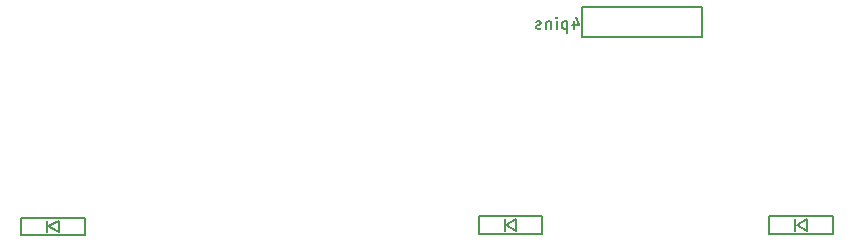
<source format=gbo>
G04 #@! TF.GenerationSoftware,KiCad,Pcbnew,(5.1.6-0-10_14)*
G04 #@! TF.CreationDate,2023-01-09T16:33:12+09:00*
G04 #@! TF.ProjectId,cool644,636f6f6c-3634-4342-9e6b-696361645f70,rev?*
G04 #@! TF.SameCoordinates,Original*
G04 #@! TF.FileFunction,Legend,Bot*
G04 #@! TF.FilePolarity,Positive*
%FSLAX46Y46*%
G04 Gerber Fmt 4.6, Leading zero omitted, Abs format (unit mm)*
G04 Created by KiCad (PCBNEW (5.1.6-0-10_14)) date 2023-01-09 16:33:12*
%MOMM*%
%LPD*%
G01*
G04 APERTURE LIST*
%ADD10C,0.150000*%
G04 APERTURE END LIST*
D10*
X163790000Y133060000D02*
X164690000Y133560000D01*
X164690000Y133560000D02*
X164690000Y132560000D01*
X164690000Y132560000D02*
X163790000Y133060000D01*
X163690000Y133560000D02*
X163690000Y132560000D01*
X166890000Y133810000D02*
X161490000Y133810000D01*
X161490000Y133810000D02*
X161490000Y132310000D01*
X161490000Y132310000D02*
X166890000Y132310000D01*
X166890000Y132310000D02*
X166890000Y133810000D01*
X170270000Y151540000D02*
X180430000Y151540000D01*
X180430000Y151540000D02*
X180430000Y149000000D01*
X180430000Y149000000D02*
X170270000Y149000000D01*
X170270000Y149000000D02*
X170270000Y151540000D01*
X128170000Y132200000D02*
X128170000Y133700000D01*
X122770000Y132200000D02*
X128170000Y132200000D01*
X122770000Y133700000D02*
X122770000Y132200000D01*
X128170000Y133700000D02*
X122770000Y133700000D01*
X124970000Y133450000D02*
X124970000Y132450000D01*
X125970000Y132450000D02*
X125070000Y132950000D01*
X125970000Y133450000D02*
X125970000Y132450000D01*
X125070000Y132950000D02*
X125970000Y133450000D01*
X191510000Y132320000D02*
X191510000Y133820000D01*
X186110000Y132320000D02*
X191510000Y132320000D01*
X186110000Y133820000D02*
X186110000Y132320000D01*
X191510000Y133820000D02*
X186110000Y133820000D01*
X188310000Y133570000D02*
X188310000Y132570000D01*
X189310000Y132570000D02*
X188410000Y133070000D01*
X189310000Y133570000D02*
X189310000Y132570000D01*
X188410000Y133070000D02*
X189310000Y133570000D01*
X169537142Y150344285D02*
X169537142Y149677619D01*
X169775238Y150725238D02*
X170013333Y150010952D01*
X169394285Y150010952D01*
X169013333Y150344285D02*
X169013333Y149344285D01*
X169013333Y150296666D02*
X168918095Y150344285D01*
X168727619Y150344285D01*
X168632380Y150296666D01*
X168584761Y150249047D01*
X168537142Y150153809D01*
X168537142Y149868095D01*
X168584761Y149772857D01*
X168632380Y149725238D01*
X168727619Y149677619D01*
X168918095Y149677619D01*
X169013333Y149725238D01*
X168108571Y149677619D02*
X168108571Y150344285D01*
X168108571Y150677619D02*
X168156190Y150630000D01*
X168108571Y150582380D01*
X168060952Y150630000D01*
X168108571Y150677619D01*
X168108571Y150582380D01*
X167632380Y150344285D02*
X167632380Y149677619D01*
X167632380Y150249047D02*
X167584761Y150296666D01*
X167489523Y150344285D01*
X167346666Y150344285D01*
X167251428Y150296666D01*
X167203809Y150201428D01*
X167203809Y149677619D01*
X166775238Y149725238D02*
X166680000Y149677619D01*
X166489523Y149677619D01*
X166394285Y149725238D01*
X166346666Y149820476D01*
X166346666Y149868095D01*
X166394285Y149963333D01*
X166489523Y150010952D01*
X166632380Y150010952D01*
X166727619Y150058571D01*
X166775238Y150153809D01*
X166775238Y150201428D01*
X166727619Y150296666D01*
X166632380Y150344285D01*
X166489523Y150344285D01*
X166394285Y150296666D01*
M02*

</source>
